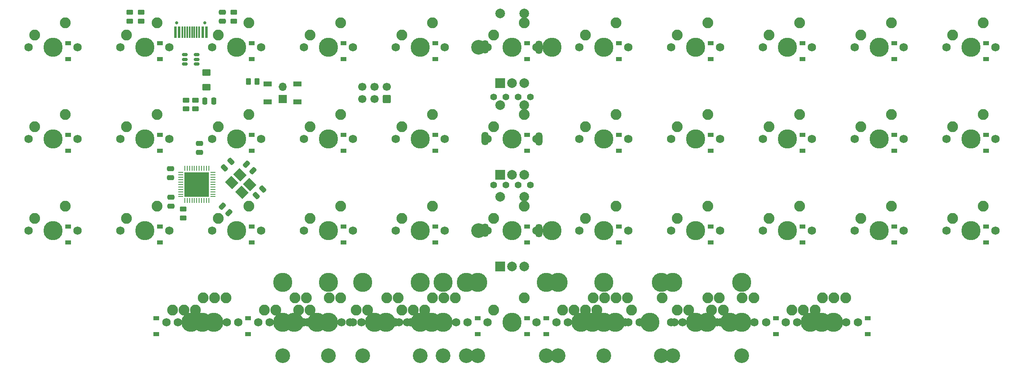
<source format=gbs>
%TF.GenerationSoftware,KiCad,Pcbnew,(6.0.5)*%
%TF.CreationDate,2022-06-12T21:41:47-04:00*%
%TF.ProjectId,vault35_ortho-rounded,7661756c-7433-4355-9f6f-7274686f2d72,rev?*%
%TF.SameCoordinates,Original*%
%TF.FileFunction,Soldermask,Bot*%
%TF.FilePolarity,Negative*%
%FSLAX46Y46*%
G04 Gerber Fmt 4.6, Leading zero omitted, Abs format (unit mm)*
G04 Created by KiCad (PCBNEW (6.0.5)) date 2022-06-12 21:41:47*
%MOMM*%
%LPD*%
G01*
G04 APERTURE LIST*
G04 Aperture macros list*
%AMRoundRect*
0 Rectangle with rounded corners*
0 $1 Rounding radius*
0 $2 $3 $4 $5 $6 $7 $8 $9 X,Y pos of 4 corners*
0 Add a 4 corners polygon primitive as box body*
4,1,4,$2,$3,$4,$5,$6,$7,$8,$9,$2,$3,0*
0 Add four circle primitives for the rounded corners*
1,1,$1+$1,$2,$3*
1,1,$1+$1,$4,$5*
1,1,$1+$1,$6,$7*
1,1,$1+$1,$8,$9*
0 Add four rect primitives between the rounded corners*
20,1,$1+$1,$2,$3,$4,$5,0*
20,1,$1+$1,$4,$5,$6,$7,0*
20,1,$1+$1,$6,$7,$8,$9,0*
20,1,$1+$1,$8,$9,$2,$3,0*%
%AMRotRect*
0 Rectangle, with rotation*
0 The origin of the aperture is its center*
0 $1 length*
0 $2 width*
0 $3 Rotation angle, in degrees counterclockwise*
0 Add horizontal line*
21,1,$1,$2,0,0,$3*%
G04 Aperture macros list end*
%ADD10C,1.750000*%
%ADD11C,3.987800*%
%ADD12C,2.250000*%
%ADD13R,1.700000X1.700000*%
%ADD14O,1.700000X1.700000*%
%ADD15C,3.048000*%
%ADD16O,1.500000X2.800000*%
%ADD17R,2.000000X2.000000*%
%ADD18C,2.000000*%
%ADD19C,1.397000*%
%ADD20R,1.200000X0.900000*%
%ADD21RotRect,2.100000X1.800000X135.000000*%
%ADD22RoundRect,0.150000X-0.450000X-0.150000X0.450000X-0.150000X0.450000X0.150000X-0.450000X0.150000X0*%
%ADD23RoundRect,0.250000X-0.450000X0.262500X-0.450000X-0.262500X0.450000X-0.262500X0.450000X0.262500X0*%
%ADD24RoundRect,0.250001X-0.624999X0.462499X-0.624999X-0.462499X0.624999X-0.462499X0.624999X0.462499X0*%
%ADD25RoundRect,0.062500X-0.062500X0.475000X-0.062500X-0.475000X0.062500X-0.475000X0.062500X0.475000X0*%
%ADD26RoundRect,0.062500X-0.475000X0.062500X-0.475000X-0.062500X0.475000X-0.062500X0.475000X0.062500X0*%
%ADD27R,5.200000X5.200000*%
%ADD28RoundRect,0.250000X-0.512652X-0.159099X-0.159099X-0.512652X0.512652X0.159099X0.159099X0.512652X0*%
%ADD29RoundRect,0.250000X-0.250000X-0.475000X0.250000X-0.475000X0.250000X0.475000X-0.250000X0.475000X0*%
%ADD30RoundRect,0.250000X0.450000X-0.262500X0.450000X0.262500X-0.450000X0.262500X-0.450000X-0.262500X0*%
%ADD31R,1.800000X1.100000*%
%ADD32RoundRect,0.250000X0.159099X-0.512652X0.512652X-0.159099X-0.159099X0.512652X-0.512652X0.159099X0*%
%ADD33RoundRect,0.250000X-0.475000X0.250000X-0.475000X-0.250000X0.475000X-0.250000X0.475000X0.250000X0*%
%ADD34RoundRect,0.250000X0.475000X-0.250000X0.475000X0.250000X-0.475000X0.250000X-0.475000X-0.250000X0*%
%ADD35C,0.650000*%
%ADD36R,0.550000X2.450000*%
%ADD37R,0.300000X2.450000*%
%ADD38RoundRect,0.250000X0.262500X0.450000X-0.262500X0.450000X-0.262500X-0.450000X0.262500X-0.450000X0*%
%ADD39RoundRect,0.250000X0.600000X-0.600000X0.600000X0.600000X-0.600000X0.600000X-0.600000X-0.600000X0*%
%ADD40C,1.700000*%
G04 APERTURE END LIST*
D10*
%TO.C,K_SPACE4*%
X124142500Y-65881250D03*
X113982500Y-65881250D03*
D11*
X119062500Y-65881250D03*
D12*
X115252500Y-63341250D03*
X121602500Y-60801250D03*
%TD*%
D10*
%TO.C,K_SPACE17*%
X152082500Y-84931250D03*
X162242500Y-84931250D03*
D11*
X157162500Y-84931250D03*
D12*
X153352500Y-82391250D03*
X159702500Y-79851250D03*
%TD*%
D10*
%TO.C,K_SPACE30*%
X200342500Y-103981250D03*
X190182500Y-103981250D03*
D11*
X195262500Y-103981250D03*
D12*
X191452500Y-101441250D03*
X197802500Y-98901250D03*
%TD*%
D13*
%TO.C,SW5*%
X109537501Y-76676250D03*
D14*
X109537501Y-74136250D03*
%TD*%
D10*
%TO.C,K_SPACE54*%
X121761250Y-123031250D03*
D11*
X116681250Y-123031250D03*
D10*
X111601250Y-123031250D03*
D12*
X112871250Y-120491250D03*
X119221250Y-117951250D03*
%TD*%
D11*
%TO.C,K_SPACE41*%
X90487500Y-123031250D03*
D10*
X95567500Y-123031250D03*
X85407500Y-123031250D03*
D12*
X86677500Y-120491250D03*
X93027500Y-117951250D03*
%TD*%
D10*
%TO.C,K_SPACE51*%
X178911250Y-123031250D03*
X168751250Y-123031250D03*
D11*
X173831250Y-123031250D03*
D12*
X170021250Y-120491250D03*
X176371250Y-117951250D03*
%TD*%
D11*
%TO.C,K_SPACE43*%
X138112500Y-123031250D03*
D15*
X126206250Y-130016250D03*
D10*
X143192500Y-123031250D03*
D11*
X150018750Y-114776250D03*
D15*
X150018750Y-130016250D03*
D11*
X126206250Y-114776250D03*
D10*
X133032500Y-123031250D03*
D12*
X134302500Y-120491250D03*
X140652500Y-117951250D03*
%TD*%
D10*
%TO.C,K_SPACE45*%
X199707500Y-123031250D03*
X209867500Y-123031250D03*
D11*
X204787500Y-123031250D03*
D12*
X200977500Y-120491250D03*
X207327500Y-117951250D03*
%TD*%
D10*
%TO.C,K_SPACE9*%
X219392500Y-65881250D03*
X209232500Y-65881250D03*
D11*
X214312500Y-65881250D03*
D12*
X210502500Y-63341250D03*
X216852500Y-60801250D03*
%TD*%
D10*
%TO.C,K_SPACE21*%
X238442500Y-84931250D03*
D11*
X233362500Y-84931250D03*
D10*
X228282500Y-84931250D03*
D12*
X229552500Y-82391250D03*
X235902500Y-79851250D03*
%TD*%
D10*
%TO.C,K_SPACE33*%
X247332500Y-103981250D03*
X257492500Y-103981250D03*
D11*
X252412500Y-103981250D03*
D12*
X248602500Y-101441250D03*
X254952500Y-98901250D03*
%TD*%
D11*
%TO.C,K_SPACE29*%
X176212500Y-103981250D03*
D10*
X171132500Y-103981250D03*
X181292500Y-103981250D03*
D12*
X172402500Y-101441250D03*
X178752500Y-98901250D03*
%TD*%
D10*
%TO.C,K_SPACE37*%
X162242500Y-123031250D03*
D11*
X157162500Y-123031250D03*
D10*
X152082500Y-123031250D03*
D12*
X153352500Y-120491250D03*
X159702500Y-117951250D03*
%TD*%
D10*
%TO.C,K_SPACE15*%
X124142500Y-84931250D03*
D11*
X119062500Y-84931250D03*
D10*
X113982500Y-84931250D03*
D12*
X115252500Y-82391250D03*
X121602500Y-79851250D03*
%TD*%
D11*
%TO.C,REF\u002A\u002A*%
X165417500Y-103981250D03*
X165417500Y-65881250D03*
D15*
X150177500Y-103981250D03*
X150177500Y-65881250D03*
%TD*%
D10*
%TO.C,K_SPACE28*%
X162242500Y-103981250D03*
X152082500Y-103981250D03*
D11*
X157162500Y-103981250D03*
D12*
X153352500Y-101441250D03*
X159702500Y-98901250D03*
%TD*%
D10*
%TO.C,K_SPACE50*%
X145573750Y-123031250D03*
D11*
X140493750Y-123031250D03*
D10*
X135413750Y-123031250D03*
D12*
X136683750Y-120491250D03*
X143033750Y-117951250D03*
%TD*%
D10*
%TO.C,K_SPACE55*%
X192563750Y-123031250D03*
D11*
X197643750Y-123031250D03*
D10*
X202723750Y-123031250D03*
D12*
X193833750Y-120491250D03*
X200183750Y-117951250D03*
%TD*%
D10*
%TO.C,K_SPACE39*%
X200342500Y-123031250D03*
D11*
X195262500Y-123031250D03*
D10*
X190182500Y-123031250D03*
D12*
X191452500Y-120491250D03*
X197802500Y-117951250D03*
%TD*%
D10*
%TO.C,K_SPACE10*%
X238442500Y-65881250D03*
X228282500Y-65881250D03*
D11*
X233362500Y-65881250D03*
D12*
X229552500Y-63341250D03*
X235902500Y-60801250D03*
%TD*%
D11*
%TO.C,K_SPACE60*%
X142875000Y-123031250D03*
D10*
X137795000Y-123031250D03*
X147955000Y-123031250D03*
D12*
X139065000Y-120491250D03*
X145415000Y-117951250D03*
%TD*%
D11*
%TO.C,K_SPACE2*%
X80962500Y-65881250D03*
D10*
X86042500Y-65881250D03*
X75882500Y-65881250D03*
D12*
X77152500Y-63341250D03*
X83502500Y-60801250D03*
%TD*%
D10*
%TO.C,K_SPACE53*%
X87788750Y-123031250D03*
D11*
X92868750Y-123031250D03*
D10*
X97948750Y-123031250D03*
D12*
X89058750Y-120491250D03*
X95408750Y-117951250D03*
%TD*%
D10*
%TO.C,K_SPACE14*%
X105092500Y-84931250D03*
X94932500Y-84931250D03*
D11*
X100012500Y-84931250D03*
D12*
X96202500Y-82391250D03*
X102552500Y-79851250D03*
%TD*%
D11*
%TO.C,K_SPACE32*%
X233362500Y-103981250D03*
D10*
X228282500Y-103981250D03*
X238442500Y-103981250D03*
D12*
X229552500Y-101441250D03*
X235902500Y-98901250D03*
%TD*%
D10*
%TO.C,K_SPACE47*%
X125888750Y-123031250D03*
D11*
X142875000Y-114776250D03*
D10*
X136048750Y-123031250D03*
D15*
X119062500Y-130016250D03*
D11*
X119062500Y-114776250D03*
X130968750Y-123031250D03*
D15*
X142875000Y-130016250D03*
D12*
X127158750Y-120491250D03*
X133508750Y-117951250D03*
%TD*%
D15*
%TO.C,K_SPACE59*%
X176212500Y-130016250D03*
D11*
X138112500Y-114776250D03*
D10*
X162242500Y-123031250D03*
D11*
X157162500Y-123031250D03*
X176212500Y-114776250D03*
D15*
X138112500Y-130016250D03*
D10*
X152082500Y-123031250D03*
D12*
X153352500Y-120491250D03*
X159702500Y-117951250D03*
%TD*%
D16*
%TO.C,SW2*%
X151562500Y-65837186D03*
X162762500Y-65874486D03*
D17*
X154662500Y-73374486D03*
D18*
X159662500Y-73374486D03*
X157162500Y-73374486D03*
X159662500Y-58874486D03*
X154662500Y-58874486D03*
%TD*%
D16*
%TO.C,SW3*%
X162762500Y-84928031D03*
X151562500Y-84890731D03*
D17*
X154662500Y-92428031D03*
D18*
X159662500Y-92428031D03*
X157162500Y-92428031D03*
X159662500Y-77928031D03*
X154662500Y-77928031D03*
%TD*%
D10*
%TO.C,K_SPACE26*%
X124142500Y-103981250D03*
X113982500Y-103981250D03*
D11*
X119062500Y-103981250D03*
D12*
X115252500Y-101441250D03*
X121602500Y-98901250D03*
%TD*%
D11*
%TO.C,K_SPACE36*%
X138112500Y-123031250D03*
D10*
X143192500Y-123031250D03*
X133032500Y-123031250D03*
D12*
X134302500Y-120491250D03*
X140652500Y-117951250D03*
%TD*%
D15*
%TO.C,K_SPACE58*%
X166687500Y-130016250D03*
D11*
X204787500Y-114776250D03*
D10*
X190817500Y-123031250D03*
D15*
X204787500Y-130016250D03*
D11*
X166687500Y-114776250D03*
D10*
X180657500Y-123031250D03*
D11*
X185737500Y-123031250D03*
D12*
X181927500Y-120491250D03*
X188277500Y-117951250D03*
%TD*%
D16*
%TO.C,SW4*%
X162762500Y-103977198D03*
X151562500Y-103939898D03*
D17*
X154662500Y-111477198D03*
D18*
X159662500Y-111477198D03*
X157162500Y-111477198D03*
X159662500Y-96977198D03*
X154662500Y-96977198D03*
%TD*%
D10*
%TO.C,K_SPACE34*%
X90170000Y-123031250D03*
D11*
X95250000Y-123031250D03*
D10*
X100330000Y-123031250D03*
D12*
X91440000Y-120491250D03*
X97790000Y-117951250D03*
%TD*%
D10*
%TO.C,K_SPACE25*%
X94932500Y-103981250D03*
X105092500Y-103981250D03*
D11*
X100012500Y-103981250D03*
D12*
X96202500Y-101441250D03*
X102552500Y-98901250D03*
%TD*%
D10*
%TO.C,K_SPACE38*%
X181292500Y-123031250D03*
D11*
X176212500Y-123031250D03*
D10*
X171132500Y-123031250D03*
D12*
X172402500Y-120491250D03*
X178752500Y-117951250D03*
%TD*%
D10*
%TO.C,K_SPACE52*%
X197326250Y-123031250D03*
X207486250Y-123031250D03*
D11*
X202406250Y-123031250D03*
D12*
X198596250Y-120491250D03*
X204946250Y-117951250D03*
%TD*%
D10*
%TO.C,K_SPACE8*%
X190182500Y-65881250D03*
D11*
X195262500Y-65881250D03*
D10*
X200342500Y-65881250D03*
D12*
X191452500Y-63341250D03*
X197802500Y-60801250D03*
%TD*%
D11*
%TO.C,K_SPACE57*%
X109537500Y-114776250D03*
D10*
X133667500Y-123031250D03*
D15*
X147637500Y-130016250D03*
D11*
X147637500Y-114776250D03*
D10*
X123507500Y-123031250D03*
D11*
X128587500Y-123031250D03*
D15*
X109537500Y-130016250D03*
D12*
X124777500Y-120491250D03*
X131127500Y-117951250D03*
%TD*%
D10*
%TO.C,K_SPACE44*%
X181292500Y-123031250D03*
X171132500Y-123031250D03*
D11*
X188118750Y-114776250D03*
X164306250Y-114776250D03*
D15*
X188118750Y-130016250D03*
D11*
X176212500Y-123031250D03*
D15*
X164306250Y-130016250D03*
D12*
X172402500Y-120491250D03*
X178752500Y-117951250D03*
%TD*%
D10*
%TO.C,K_SPACE35*%
X113982500Y-123031250D03*
X124142500Y-123031250D03*
D11*
X119062500Y-123031250D03*
D12*
X115252500Y-120491250D03*
X121602500Y-117951250D03*
%TD*%
D10*
%TO.C,K_SPACE20*%
X209232500Y-84931250D03*
X219392500Y-84931250D03*
D11*
X214312500Y-84931250D03*
D12*
X210502500Y-82391250D03*
X216852500Y-79851250D03*
%TD*%
D10*
%TO.C,K_SPACE46*%
X228917500Y-123031250D03*
D11*
X223837500Y-123031250D03*
D10*
X218757500Y-123031250D03*
D12*
X220027500Y-120491250D03*
X226377500Y-117951250D03*
%TD*%
D19*
%TO.C,OL1*%
X153352500Y-94554586D03*
X155892500Y-94554586D03*
X158432500Y-94554586D03*
X160972500Y-94554586D03*
%TD*%
D11*
%TO.C,K_SPACE11*%
X252412500Y-65881250D03*
D10*
X257492500Y-65881250D03*
X247332500Y-65881250D03*
D12*
X248602500Y-63341250D03*
X254952500Y-60801250D03*
%TD*%
D10*
%TO.C,K_SPACE56*%
X216376250Y-123031250D03*
X226536250Y-123031250D03*
D11*
X221456250Y-123031250D03*
D12*
X217646250Y-120491250D03*
X223996250Y-117951250D03*
%TD*%
D11*
%TO.C,K_SPACE19*%
X195262500Y-84931250D03*
D10*
X190182500Y-84931250D03*
X200342500Y-84931250D03*
D12*
X191452500Y-82391250D03*
X197802500Y-79851250D03*
%TD*%
D10*
%TO.C,K_SPACE23*%
X56832500Y-103981250D03*
X66992500Y-103981250D03*
D11*
X61912500Y-103981250D03*
D12*
X58102500Y-101441250D03*
X64452500Y-98901250D03*
%TD*%
D10*
%TO.C,K_SPACE16*%
X143192500Y-84931250D03*
X133032500Y-84931250D03*
D11*
X138112500Y-84931250D03*
D12*
X134302500Y-82391250D03*
X140652500Y-79851250D03*
%TD*%
D10*
%TO.C,K_SPACE12*%
X66992500Y-84931250D03*
D11*
X61912500Y-84931250D03*
D10*
X56832500Y-84931250D03*
D12*
X58102500Y-82391250D03*
X64452500Y-79851250D03*
%TD*%
D10*
%TO.C,K_SPACE22*%
X257492500Y-84931250D03*
X247332500Y-84931250D03*
D11*
X252412500Y-84931250D03*
D12*
X248602500Y-82391250D03*
X254952500Y-79851250D03*
%TD*%
D10*
%TO.C,K_SPACE61*%
X176530000Y-123031250D03*
D11*
X171450000Y-123031250D03*
D10*
X166370000Y-123031250D03*
D12*
X167640000Y-120491250D03*
X173990000Y-117951250D03*
%TD*%
D10*
%TO.C,K_SPACE49*%
X116998750Y-123031250D03*
X106838750Y-123031250D03*
D11*
X111918750Y-123031250D03*
D12*
X108108750Y-120491250D03*
X114458750Y-117951250D03*
%TD*%
D10*
%TO.C,K_SPACE3*%
X94932500Y-65881250D03*
D11*
X100012500Y-65881250D03*
D10*
X105092500Y-65881250D03*
D12*
X96202500Y-63341250D03*
X102552500Y-60801250D03*
%TD*%
D11*
%TO.C,K_SPACE7*%
X176212500Y-65881250D03*
D10*
X171132500Y-65881250D03*
X181292500Y-65881250D03*
D12*
X172402500Y-63341250D03*
X178752500Y-60801250D03*
%TD*%
D15*
%TO.C,K_SPACE48*%
X166687500Y-130016250D03*
D10*
X183673750Y-123031250D03*
D15*
X190500000Y-130016250D03*
D11*
X166687500Y-114776250D03*
X190500000Y-114776250D03*
X178593750Y-123031250D03*
D10*
X173513750Y-123031250D03*
D12*
X174783750Y-120491250D03*
X181133750Y-117951250D03*
%TD*%
D19*
%TO.C,OL2*%
X160972500Y-76200000D03*
X158432500Y-76200000D03*
X155892500Y-76200000D03*
X153352500Y-76200000D03*
%TD*%
D10*
%TO.C,K_SPACE6*%
X152082500Y-65881250D03*
D11*
X157162500Y-65881250D03*
D10*
X162242500Y-65881250D03*
D12*
X153352500Y-63341250D03*
X159702500Y-60801250D03*
%TD*%
D10*
%TO.C,K_SPACE5*%
X133032500Y-65881250D03*
X143192500Y-65881250D03*
D11*
X138112500Y-65881250D03*
D12*
X134302500Y-63341250D03*
X140652500Y-60801250D03*
%TD*%
D10*
%TO.C,K_SPACE40*%
X224155000Y-123031250D03*
D11*
X219075000Y-123031250D03*
D10*
X213995000Y-123031250D03*
D12*
X215265000Y-120491250D03*
X221615000Y-117951250D03*
%TD*%
D10*
%TO.C,K_SPACE27*%
X143192500Y-103981250D03*
D11*
X138112500Y-103981250D03*
D10*
X133032500Y-103981250D03*
D12*
X134302500Y-101441250D03*
X140652500Y-98901250D03*
%TD*%
D11*
%TO.C,K_SPACE24*%
X80962500Y-103981250D03*
D10*
X75882500Y-103981250D03*
X86042500Y-103981250D03*
D12*
X77152500Y-101441250D03*
X83502500Y-98901250D03*
%TD*%
D10*
%TO.C,K_SPACE18*%
X171132500Y-84931250D03*
D11*
X176212500Y-84931250D03*
D10*
X181292500Y-84931250D03*
D12*
X172402500Y-82391250D03*
X178752500Y-79851250D03*
%TD*%
D11*
%TO.C,K_SPACE31*%
X214312500Y-103981250D03*
D10*
X219392500Y-103981250D03*
X209232500Y-103981250D03*
D12*
X210502500Y-101441250D03*
X216852500Y-98901250D03*
%TD*%
D10*
%TO.C,K_SPACE1*%
X66992500Y-65881250D03*
D11*
X61912500Y-65881250D03*
D10*
X56832500Y-65881250D03*
D12*
X58102500Y-63341250D03*
X64452500Y-60801250D03*
%TD*%
D10*
%TO.C,K_SPACE42*%
X114617500Y-123031250D03*
X104457500Y-123031250D03*
D11*
X109537500Y-123031250D03*
D12*
X105727500Y-120491250D03*
X112077500Y-117951250D03*
%TD*%
D11*
%TO.C,K_SPACE13*%
X80962500Y-84931250D03*
D10*
X86042500Y-84931250D03*
X75882500Y-84931250D03*
D12*
X77152500Y-82391250D03*
X83502500Y-79851250D03*
%TD*%
D20*
%TO.C,D_SPACE17*%
X160298440Y-87375000D03*
X160298440Y-84075000D03*
%TD*%
%TO.C,D_SPACE34*%
X83343750Y-125475000D03*
X83343750Y-122175000D03*
%TD*%
%TO.C,D_SPACE5*%
X141212656Y-68325000D03*
X141212656Y-65025000D03*
%TD*%
%TO.C,D_SPACE1*%
X65014844Y-68325000D03*
X65014844Y-65025000D03*
%TD*%
%TO.C,D_SPACE32*%
X236467192Y-106425000D03*
X236467192Y-103125000D03*
%TD*%
D21*
%TO.C,X1*%
X101077393Y-96085736D03*
X99026783Y-94035126D03*
X100653129Y-92408780D03*
X102703739Y-94459390D03*
%TD*%
D20*
%TO.C,D_SPACE36*%
X150018750Y-125475000D03*
X150018750Y-122175000D03*
%TD*%
D22*
%TO.C,U1*%
X89287500Y-69368750D03*
X89287500Y-68418750D03*
X89287500Y-67468750D03*
X91687500Y-67468750D03*
X91687500Y-68418750D03*
X91687500Y-69368750D03*
%TD*%
D23*
%TO.C,UR5*%
X99382580Y-58638750D03*
X99382580Y-60463750D03*
%TD*%
D24*
%TO.C,F1*%
X93735235Y-71185785D03*
X93735235Y-74160785D03*
%TD*%
D20*
%TO.C,D_SPACE38*%
X164306250Y-125475000D03*
X164306250Y-122175000D03*
%TD*%
%TO.C,D_SPACE25*%
X103113750Y-106425000D03*
X103113750Y-103125000D03*
%TD*%
D23*
%TO.C,UR3*%
X77787500Y-58618750D03*
X77787500Y-60443750D03*
%TD*%
D20*
%TO.C,D_SPACE18*%
X179340628Y-87375000D03*
X179340628Y-84075000D03*
%TD*%
D25*
%TO.C,U2*%
X89239571Y-91089716D03*
X89739571Y-91089716D03*
X90239571Y-91089716D03*
X90739571Y-91089716D03*
X91239571Y-91089716D03*
X91739571Y-91089716D03*
X92239571Y-91089716D03*
X92739571Y-91089716D03*
X93239571Y-91089716D03*
X93739571Y-91089716D03*
X94239571Y-91089716D03*
D26*
X95077071Y-91927216D03*
X95077071Y-92427216D03*
X95077071Y-92927216D03*
X95077071Y-93427216D03*
X95077071Y-93927216D03*
X95077071Y-94427216D03*
X95077071Y-94927216D03*
X95077071Y-95427216D03*
X95077071Y-95927216D03*
X95077071Y-96427216D03*
X95077071Y-96927216D03*
D25*
X94239571Y-97764716D03*
X93739571Y-97764716D03*
X93239571Y-97764716D03*
X92739571Y-97764716D03*
X92239571Y-97764716D03*
X91739571Y-97764716D03*
X91239571Y-97764716D03*
X90739571Y-97764716D03*
X90239571Y-97764716D03*
X89739571Y-97764716D03*
X89239571Y-97764716D03*
D26*
X88402071Y-96927216D03*
X88402071Y-96427216D03*
X88402071Y-95927216D03*
X88402071Y-95427216D03*
X88402071Y-94927216D03*
X88402071Y-94427216D03*
X88402071Y-93927216D03*
X88402071Y-93427216D03*
X88402071Y-92927216D03*
X88402071Y-92427216D03*
X88402071Y-91927216D03*
D27*
X91739571Y-94427216D03*
%TD*%
D20*
%TO.C,D_SPACE9*%
X217410468Y-68325000D03*
X217410468Y-65025000D03*
%TD*%
%TO.C,D_SPACE13*%
X84064297Y-87375000D03*
X84064297Y-84075000D03*
%TD*%
D28*
%TO.C,C2*%
X102009165Y-90217401D03*
X103352667Y-91560903D03*
%TD*%
D29*
%TO.C,C4*%
X93365235Y-77087500D03*
X95265235Y-77087500D03*
%TD*%
D20*
%TO.C,D_SPACE35*%
X102393750Y-125475000D03*
X102393750Y-122175000D03*
%TD*%
%TO.C,D_SPACE12*%
X65014844Y-87375000D03*
X65014844Y-84075000D03*
%TD*%
%TO.C,D_SPACE29*%
X179340628Y-106425000D03*
X179340628Y-103125000D03*
%TD*%
%TO.C,D_SPACE2*%
X84064297Y-68325000D03*
X84064297Y-65025000D03*
%TD*%
D23*
%TO.C,UR1*%
X91487500Y-76875000D03*
X91487500Y-78700000D03*
%TD*%
D20*
%TO.C,D_SPACE20*%
X217425004Y-87375000D03*
X217425004Y-84075000D03*
%TD*%
%TO.C,D_SPACE24*%
X84064297Y-106425000D03*
X84064297Y-103125000D03*
%TD*%
%TO.C,D_SPACE21*%
X236467192Y-87375000D03*
X236467192Y-84075000D03*
%TD*%
%TO.C,D_SPACE15*%
X122163203Y-87375000D03*
X122163203Y-84075000D03*
%TD*%
%TO.C,D_SPACE26*%
X122163203Y-106425000D03*
X122163203Y-103125000D03*
%TD*%
D30*
%TO.C,R2*%
X88906624Y-101369905D03*
X88906624Y-99544905D03*
%TD*%
D20*
%TO.C,D_SPACE16*%
X141256252Y-87375000D03*
X141256252Y-84075000D03*
%TD*%
%TO.C,D_SPACE14*%
X103113750Y-87375000D03*
X103113750Y-84075000D03*
%TD*%
%TO.C,D_SPACE30*%
X198382816Y-106425000D03*
X198382816Y-103125000D03*
%TD*%
D31*
%TO.C,SW1*%
X112637501Y-77256249D03*
X106437501Y-77256249D03*
X106437501Y-73556249D03*
X112637501Y-73556249D03*
%TD*%
D32*
%TO.C,C6*%
X97496975Y-90988401D03*
X98840477Y-89644899D03*
%TD*%
D20*
%TO.C,D_SPACE4*%
X122163203Y-68325000D03*
X122163203Y-65025000D03*
%TD*%
D32*
%TO.C,C1*%
X104103249Y-96715501D03*
X105446751Y-95371999D03*
%TD*%
D20*
%TO.C,D_SPACE11*%
X255509381Y-68325000D03*
X255509381Y-65025000D03*
%TD*%
D33*
%TO.C,C8*%
X86329595Y-91106694D03*
X86329595Y-93006694D03*
%TD*%
D23*
%TO.C,UR2*%
X89487500Y-76875000D03*
X89487500Y-78700000D03*
%TD*%
D20*
%TO.C,D_SPACE37*%
X160252688Y-125475000D03*
X160252688Y-122175000D03*
%TD*%
%TO.C,D_SPACE10*%
X236459921Y-68325000D03*
X236459921Y-65025000D03*
%TD*%
%TO.C,D_SPACE40*%
X230981250Y-125475000D03*
X230981250Y-122175000D03*
%TD*%
%TO.C,D_SPACE8*%
X198361015Y-68325000D03*
X198361015Y-65025000D03*
%TD*%
%TO.C,D_SPACE39*%
X211931250Y-125475000D03*
X211931250Y-122175000D03*
%TD*%
D34*
%TO.C,C3*%
X92279949Y-87757068D03*
X92279949Y-85857068D03*
%TD*%
D20*
%TO.C,D_SPACE3*%
X103113750Y-68325000D03*
X103113750Y-65025000D03*
%TD*%
D28*
%TO.C,C5*%
X97081848Y-98964078D03*
X98425350Y-100307580D03*
%TD*%
D34*
%TO.C,C7*%
X86349990Y-98960603D03*
X86349990Y-97060603D03*
%TD*%
D20*
%TO.C,D_SPACE27*%
X141256252Y-106425000D03*
X141256252Y-103125000D03*
%TD*%
%TO.C,D_SPACE28*%
X160298440Y-106425000D03*
X160298440Y-103125000D03*
%TD*%
%TO.C,D_SPACE23*%
X65014844Y-106425000D03*
X65014844Y-103125000D03*
%TD*%
%TO.C,D_SPACE31*%
X217425004Y-106425000D03*
X217425004Y-103125000D03*
%TD*%
%TO.C,D_SPACE7*%
X179311562Y-68325000D03*
X179311562Y-65025000D03*
%TD*%
D34*
%TO.C,C9*%
X97001330Y-60501250D03*
X97001330Y-58601250D03*
%TD*%
D20*
%TO.C,D_SPACE33*%
X255509381Y-106425000D03*
X255509381Y-103125000D03*
%TD*%
D35*
%TO.C,USB1*%
X87597500Y-60798938D03*
X93377500Y-60798938D03*
D36*
X87262500Y-62743938D03*
X88037500Y-62743938D03*
D37*
X88737500Y-62743938D03*
X89237500Y-62743938D03*
X89737500Y-62743938D03*
X90237500Y-62743938D03*
X90737500Y-62743938D03*
X91237500Y-62743938D03*
X91737500Y-62743938D03*
X92237500Y-62743938D03*
D36*
X92937500Y-62743938D03*
X93712500Y-62743938D03*
%TD*%
D38*
%TO.C,R1*%
X104242718Y-73032273D03*
X102417718Y-73032273D03*
%TD*%
D39*
%TO.C,J1*%
X131132500Y-76684856D03*
D40*
X131132500Y-74144856D03*
X128592500Y-76684856D03*
X128592500Y-74144856D03*
X126052500Y-76684856D03*
X126052500Y-74144856D03*
%TD*%
D20*
%TO.C,D_SPACE19*%
X198382816Y-87375000D03*
X198382816Y-84075000D03*
%TD*%
%TO.C,D_SPACE22*%
X255509381Y-87375000D03*
X255509381Y-84075000D03*
%TD*%
D23*
%TO.C,UR4*%
X80168750Y-58618750D03*
X80168750Y-60443750D03*
%TD*%
D20*
%TO.C,D_SPACE6*%
X160262109Y-68325000D03*
X160262109Y-65025000D03*
%TD*%
M02*

</source>
